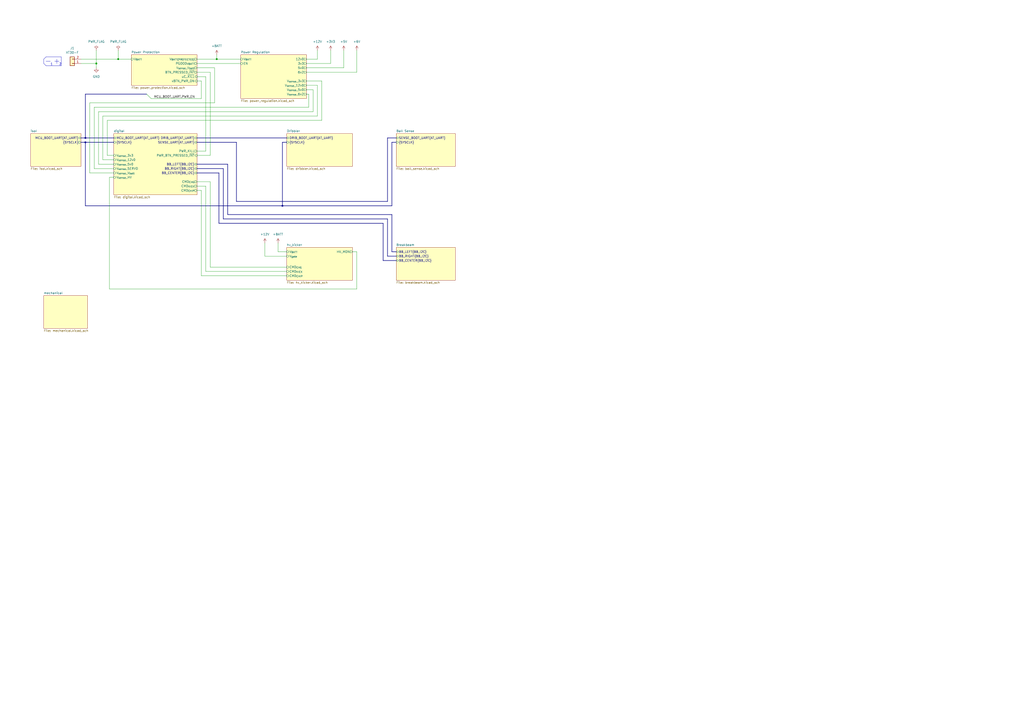
<source format=kicad_sch>
(kicad_sch (version 20230121) (generator eeschema)
  (paper "A2")
  (title_block (title "Kicker") (date "2024-05-23") (rev "3.1") (company "The A-Team (RC SSL)") (comment 1 "W. Stuckey"))
  (lib_symbols
    (symbol "Connector_Generic:Conn_01x02" (pin_names (offset 1.016) hide)
      (property "Reference" "J" (at 0 2.54 0))
      (property "Value" "Conn_01x02" (at 0 -5.08 0))
      (symbol "Conn_01x02_1_1"
        (rectangle (start -1.27 -2.413) (end 0 -2.667) (stroke (width 0.1524)))
        (rectangle (start -1.27 0.127) (end 0 -0.127) (stroke (width 0.1524)))
        (rectangle (start -1.27 1.27) (end 1.27 -3.81) (stroke (width 0.254)) (fill (type background)))
        (pin passive line (at -5.08 0 0) (length 3.81) (name "Pin_1") (number "1"))
        (pin passive line (at -5.08 -2.54 0) (length 3.81) (name "Pin_2") (number "2"))
      )
    )
    (symbol "power:+12V" (power) (pin_names (offset 0))
      (property "Value" "+12V" (at 0 3.556 0))
      (symbol "+12V_0_1"
        (polyline (pts (xy -0.762 1.27) (xy 0 2.54)))
        (polyline (pts (xy 0 0) (xy 0 2.54)))
        (polyline (pts (xy 0 2.54) (xy 0.762 1.27)))
      )
      (symbol "+12V_1_1"
        (pin power_in line (at 0 0 90) (length 0) hide (name "+12V") (number "1"))
      )
    )
    (symbol "power:+3V3" (power) (pin_names (offset 0))
      (property "Value" "+3V3" (at 0 3.556 0))
      (symbol "+3V3_0_1"
        (polyline (pts (xy -0.762 1.27) (xy 0 2.54)))
        (polyline (pts (xy 0 0) (xy 0 2.54)))
        (polyline (pts (xy 0 2.54) (xy 0.762 1.27)))
      )
      (symbol "+3V3_1_1"
        (pin power_in line (at 0 0 90) (length 0) hide (name "+3V3") (number "1"))
      )
    )
    (symbol "power:+5V" (power) (pin_names (offset 0))
      (property "Value" "+5V" (at 0 3.556 0))
      (symbol "+5V_0_1"
        (polyline (pts (xy -0.762 1.27) (xy 0 2.54)))
        (polyline (pts (xy 0 0) (xy 0 2.54)))
        (polyline (pts (xy 0 2.54) (xy 0.762 1.27)))
      )
      (symbol "+5V_1_1"
        (pin power_in line (at 0 0 90) (length 0) hide (name "+5V") (number "1"))
      )
    )
    (symbol "power:+6V" (power) (pin_names (offset 0))
      (property "Value" "+6V" (at 0 3.556 0))
      (symbol "+6V_0_1"
        (polyline (pts (xy -0.762 1.27) (xy 0 2.54)))
        (polyline (pts (xy 0 0) (xy 0 2.54)))
        (polyline (pts (xy 0 2.54) (xy 0.762 1.27)))
      )
      (symbol "+6V_1_1"
        (pin power_in line (at 0 0 90) (length 0) hide (name "+6V") (number "1"))
      )
    )
    (symbol "power:+BATT" (power) (pin_names (offset 0))
      (property "Value" "+BATT" (at 0 3.556 0))
      (symbol "+BATT_0_1"
        (polyline (pts (xy -0.762 1.27) (xy 0 2.54)))
        (polyline (pts (xy 0 0) (xy 0 2.54)))
        (polyline (pts (xy 0 2.54) (xy 0.762 1.27)))
      )
      (symbol "+BATT_1_1"
        (pin power_in line (at 0 0 90) (length 0) hide (name "+BATT") (number "1"))
      )
    )
    (symbol "power:GND" (power) (pin_names (offset 0))
      (property "Value" "GND" (at 0 -3.81 0))
      (symbol "GND_0_1"
        (polyline (pts (xy 0 0) (xy 0 -1.27) (xy 1.27 -1.27) (xy 0 -2.54) (xy -1.27 -1.27) (xy 0 -1.27)))
      )
      (symbol "GND_1_1"
        (pin power_in line (at 0 0 270) (length 0) hide (name "GND") (number "1"))
      )
    )
    (symbol "power:PWR_FLAG" (power) (pin_numbers hide) (pin_names (offset 0) hide)
      (property "Value" "PWR_FLAG" (at 0 3.81 0))
      (symbol "PWR_FLAG_0_0"
        (pin power_out line (at 0 0 90) (length 0) (name "pwr") (number "1"))
      )
      (symbol "PWR_FLAG_0_1"
        (polyline (pts (xy 0 0) (xy 0 1.27) (xy -1.016 1.905) (xy 0 2.54) (xy 1.016 1.905) (xy 0 1.27)))
      )
    )
  )
  (bus_alias "BB_I2C" (members "SDA" "SCL" "RST" "~{DET}" "INT" "AGPIO"))
  (bus_alias "AT_UART" (members "TX" "RX" "BOOT0" "RST" "~{DET}" "PWR_EN"))
  (bus_alias "SYSCLK" (members "8MHZ_CLK_REF" "32KHZ_CLK_REF"))
  (junction (at 55.88 36.83))
  (junction (at 49.53 82.55))
  (junction (at 163.83 119.38))
  (junction (at 68.58 34.29))
  (junction (at 49.53 80.01))
  (junction (at 125.73 34.29))
  (bus_entry (at 85.09 54.61) (size 2.54 2.54))
  (wire (pts (xy 52.07 100.33) (xy 52.07 59.69)))
  (wire (pts (xy 186.69 69.85) (xy 62.23 69.85)))
  (bus (pts (xy 227.33 124.46) (xy 227.33 146.05)))
  (bus (pts (xy 49.53 82.55) (xy 49.53 119.38)))
  (wire (pts (xy 66.04 100.33) (xy 52.07 100.33)))
  (polyline (pts (xy 29.21 35.56) (xy 26.67 35.56)) (stroke (width 0) (type solid)))
  (wire (pts (xy 59.69 92.71) (xy 66.04 92.71)))
  (wire (pts (xy 177.8 49.53) (xy 184.15 49.53)))
  (wire (pts (xy 161.29 140.97) (xy 161.29 146.05)))
  (bus (pts (xy 114.3 97.79) (xy 129.54 97.79)))
  (wire (pts (xy 68.58 34.29) (xy 76.2 34.29)))
  (wire (pts (xy 121.92 90.17) (xy 121.92 41.91)))
  (wire (pts (xy 63.5 102.87) (xy 66.04 102.87)))
  (bus (pts (xy 129.54 97.79) (xy 129.54 127)))
  (wire (pts (xy 114.3 36.83) (xy 139.7 36.83)))
  (bus (pts (xy 222.25 129.54) (xy 222.25 151.13)))
  (bus (pts (xy 46.99 80.01) (xy 49.53 80.01)))
  (bus (pts (xy 224.79 127) (xy 224.79 148.59)))
  (polyline (pts (xy 25.4 34.29) (xy 25.4 36.83)) (stroke (width 0) (type solid)))
  (wire (pts (xy 114.3 46.99) (xy 116.84 46.99)))
  (wire (pts (xy 177.8 41.91) (xy 207.01 41.91)))
  (bus (pts (xy 163.83 119.38) (xy 227.33 119.38)))
  (wire (pts (xy 119.38 44.45) (xy 119.38 87.63)))
  (polyline (pts (xy 35.56 33.02) (xy 26.67 33.02)) (stroke (width 0) (type solid)))
  (wire (pts (xy 199.39 39.37) (xy 199.39 29.21)))
  (wire (pts (xy 119.38 157.48) (xy 166.37 157.48)))
  (bus (pts (xy 129.54 127) (xy 224.79 127)))
  (wire (pts (xy 184.15 34.29) (xy 184.15 29.21)))
  (polyline (pts (xy 25.4 36.83) (xy 26.67 38.1)) (stroke (width 0) (type solid)))
  (bus (pts (xy 224.79 80.01) (xy 229.87 80.01)))
  (wire (pts (xy 184.15 67.31) (xy 59.69 67.31)))
  (polyline (pts (xy 35.56 33.02) (xy 35.56 38.1)) (stroke (width 0) (type solid)))
  (bus (pts (xy 49.53 80.01) (xy 66.04 80.01)))
  (wire (pts (xy 114.3 39.37) (xy 124.46 39.37)))
  (wire (pts (xy 114.3 107.95) (xy 119.38 107.95)))
  (wire (pts (xy 179.07 54.61) (xy 179.07 62.23)))
  (wire (pts (xy 114.3 44.45) (xy 119.38 44.45)))
  (wire (pts (xy 55.88 36.83) (xy 55.88 39.37)))
  (wire (pts (xy 57.15 64.77) (xy 181.61 64.77)))
  (bus (pts (xy 49.53 119.38) (xy 163.83 119.38)))
  (wire (pts (xy 181.61 52.07) (xy 177.8 52.07)))
  (bus (pts (xy 127 100.33) (xy 127 129.54)))
  (wire (pts (xy 177.8 36.83) (xy 191.77 36.83)))
  (bus (pts (xy 163.83 82.55) (xy 163.83 119.38)))
  (wire (pts (xy 55.88 29.21) (xy 55.88 36.83)))
  (wire (pts (xy 59.69 67.31) (xy 59.69 92.71)))
  (wire (pts (xy 46.99 36.83) (xy 55.88 36.83)))
  (wire (pts (xy 204.47 146.05) (xy 207.01 146.05)))
  (wire (pts (xy 125.73 34.29) (xy 139.7 34.29)))
  (bus (pts (xy 49.53 54.61) (xy 85.09 54.61)))
  (wire (pts (xy 68.58 29.21) (xy 68.58 34.29)))
  (bus (pts (xy 166.37 82.55) (xy 163.83 82.55)))
  (bus (pts (xy 137.16 82.55) (xy 137.16 116.84)))
  (wire (pts (xy 177.8 34.29) (xy 184.15 34.29)))
  (wire (pts (xy 177.8 39.37) (xy 199.39 39.37)))
  (wire (pts (xy 52.07 59.69) (xy 124.46 59.69)))
  (wire (pts (xy 177.8 46.99) (xy 186.69 46.99)))
  (bus (pts (xy 224.79 148.59) (xy 229.87 148.59)))
  (bus (pts (xy 227.33 119.38) (xy 227.33 82.55)))
  (bus (pts (xy 222.25 151.13) (xy 229.87 151.13)))
  (wire (pts (xy 207.01 41.91) (xy 207.01 29.21)))
  (wire (pts (xy 87.63 57.15) (xy 116.84 57.15)))
  (wire (pts (xy 153.67 148.59) (xy 166.37 148.59)))
  (wire (pts (xy 54.61 62.23) (xy 54.61 97.79)))
  (polyline (pts (xy 33.02 34.29) (xy 33.02 36.83)) (stroke (width 0) (type solid)))
  (bus (pts (xy 49.53 80.01) (xy 49.53 54.61)))
  (wire (pts (xy 124.46 59.69) (xy 124.46 39.37)))
  (wire (pts (xy 125.73 31.75) (xy 125.73 34.29)))
  (wire (pts (xy 121.92 154.94) (xy 166.37 154.94)))
  (bus (pts (xy 132.08 124.46) (xy 227.33 124.46)))
  (wire (pts (xy 116.84 110.49) (xy 116.84 160.02)))
  (bus (pts (xy 46.99 82.55) (xy 49.53 82.55)))
  (bus (pts (xy 114.3 100.33) (xy 127 100.33)))
  (bus (pts (xy 114.3 95.25) (xy 132.08 95.25)))
  (bus (pts (xy 114.3 80.01) (xy 166.37 80.01)))
  (wire (pts (xy 119.38 87.63) (xy 114.3 87.63)))
  (wire (pts (xy 54.61 97.79) (xy 66.04 97.79)))
  (wire (pts (xy 62.23 69.85) (xy 62.23 90.17)))
  (wire (pts (xy 119.38 107.95) (xy 119.38 157.48)))
  (bus (pts (xy 137.16 116.84) (xy 224.79 116.84)))
  (bus (pts (xy 227.33 82.55) (xy 229.87 82.55)))
  (wire (pts (xy 114.3 34.29) (xy 125.73 34.29)))
  (wire (pts (xy 191.77 36.83) (xy 191.77 29.21)))
  (wire (pts (xy 121.92 41.91) (xy 114.3 41.91)))
  (wire (pts (xy 57.15 95.25) (xy 66.04 95.25)))
  (bus (pts (xy 224.79 116.84) (xy 224.79 80.01)))
  (polyline (pts (xy 26.67 33.02) (xy 25.4 34.29)) (stroke (width 0) (type solid)))
  (wire (pts (xy 153.67 140.97) (xy 153.67 148.59)))
  (wire (pts (xy 177.8 54.61) (xy 179.07 54.61)))
  (bus (pts (xy 127 129.54) (xy 222.25 129.54)))
  (wire (pts (xy 179.07 62.23) (xy 54.61 62.23)))
  (wire (pts (xy 114.3 105.41) (xy 121.92 105.41)))
  (bus (pts (xy 227.33 146.05) (xy 229.87 146.05)))
  (wire (pts (xy 114.3 90.17) (xy 121.92 90.17)))
  (wire (pts (xy 121.92 105.41) (xy 121.92 154.94)))
  (bus (pts (xy 132.08 95.25) (xy 132.08 124.46)))
  (wire (pts (xy 63.5 102.87) (xy 63.5 167.64)))
  (wire (pts (xy 63.5 167.64) (xy 207.01 167.64)))
  (polyline (pts (xy 34.29 35.56) (xy 31.75 35.56)) (stroke (width 0) (type solid)))
  (polyline (pts (xy 35.56 38.1) (xy 26.67 38.1)) (stroke (width 0) (type solid)))
  (bus (pts (xy 114.3 82.55) (xy 137.16 82.55)))
  (wire (pts (xy 116.84 160.02) (xy 166.37 160.02)))
  (wire (pts (xy 184.15 49.53) (xy 184.15 67.31)))
  (wire (pts (xy 161.29 146.05) (xy 166.37 146.05)))
  (wire (pts (xy 116.84 46.99) (xy 116.84 57.15)))
  (wire (pts (xy 46.99 34.29) (xy 68.58 34.29)))
  (wire (pts (xy 57.15 95.25) (xy 57.15 64.77)))
  (wire (pts (xy 207.01 167.64) (xy 207.01 146.05)))
  (wire (pts (xy 186.69 46.99) (xy 186.69 69.85)))
  (wire (pts (xy 62.23 90.17) (xy 66.04 90.17)))
  (wire (pts (xy 114.3 110.49) (xy 116.84 110.49)))
  (wire (pts (xy 181.61 64.77) (xy 181.61 52.07)))
  (bus (pts (xy 49.53 82.55) (xy 66.04 82.55)))
  (text "2" (at 34.29 38.1 0) (effects (font (size 1.27 1.27)) (justify left bottom)))
  (text "1" (at 29.21 38.1 0) (effects (font (size 1.27 1.27)) (justify left bottom)))
  (label "MCU_BOOT_UART.PWR_EN" (at 113.03 57.15 180))
  (symbol (lib_id "power:+3V3") (at 191.77 29.21 0) (unit 1)
    (property "Reference" "#PWR06" (effects hide))
    (property "Value" "+3V3" (at 191.77 24.13 0))
  )
  (symbol (lib_id "Connector_Generic:Conn_01x02") (at 41.91 36.83 180) (unit 1) (in_bom no)
    (property "Reference" "J1" (at 41.91 27.94 0))
    (property "Value" "XT30-F" (at 41.91 30.48 0))
    (property "Footprint" "Connector_AMASS:AMASS_XT30U-M_1x02_P5.0mm_Vertical" (effects hide))
    (property "LCSC" "C99101" (effects hide))
  )
  (symbol (lib_id "power:PWR_FLAG") (at 68.58 29.21 0) (unit 1)
    (property "Reference" "#FLG02" (effects hide))
    (property "Value" "PWR_FLAG" (at 68.58 24.13 0))
  )
  (symbol (lib_id "power:+12V") (at 153.67 140.97 0) (unit 1)
    (property "Reference" "#PWR03" (effects hide))
    (property "Value" "+12V" (at 153.67 135.89 0))
  )
  (symbol (lib_id "power:+6V") (at 207.01 29.21 0) (unit 1)
    (property "Reference" "#PWR08" (effects hide))
    (property "Value" "+6V" (at 207.01 24.13 0))
  )
  (symbol (lib_id "power:+5V") (at 199.39 29.21 0) (unit 1)
    (property "Reference" "#PWR07" (effects hide))
    (property "Value" "+5V" (at 199.39 24.13 0))
  )
  (symbol (lib_id "power:+BATT") (at 125.73 31.75 0) (mirror y) (unit 1)
    (property "Reference" "#PWR02" (effects hide))
    (property "Value" "+BATT" (at 125.73 26.67 0))
  )
  (symbol (lib_id "power:GND") (at 55.88 39.37 0) (mirror y) (unit 1)
    (property "Reference" "#PWR01" (effects hide))
    (property "Value" "GND" (at 55.88 44.45 0))
  )
  (symbol (lib_id "power:+BATT") (at 161.29 140.97 0) (unit 1)
    (property "Reference" "#PWR04" (effects hide))
    (property "Value" "+BATT" (at 161.29 135.89 0))
  )
  (symbol (lib_id "power:+12V") (at 184.15 29.21 0) (unit 1)
    (property "Reference" "#PWR05" (effects hide))
    (property "Value" "+12V" (at 184.15 24.13 0))
  )
  (symbol (lib_id "power:PWR_FLAG") (at 55.88 29.21 0) (unit 1)
    (property "Reference" "#FLG01" (effects hide))
    (property "Value" "PWR_FLAG" (at 55.88 24.13 0))
  )
  (sheet (at 166.37 77.47) (size 38.1 19.05) (stroke (width 0.1524)) (fill (color 255 255 194 1.0000))
    (property "Sheetname" "Dribbler" (at 166.37 76.7584 0) (effects (justify left bottom)))
    (property "Sheetfile" "dribbler.kicad_sch" (at 166.37 97.1046 0) (effects (justify left top)))
    (pin "DRIB_BOOT_UART{AT_UART}" bidirectional (at 166.37 80.01 180))
    (pin "{SYSCLK}" input (at 166.37 82.55 180))
  )
  (sheet (at 66.04 77.47) (size 48.26 35.56) (stroke (width 0.1524)) (fill (color 255 255 194 1.0000))
    (property "Sheetname" "digital" (at 66.04 76.7584 0) (effects (justify left bottom)))
    (property "Sheetfile" "digital.kicad_sch" (at 66.04 113.6146 0) (effects (justify left top)))
    (pin "MCU_BOOT_UART{AT_UART}" bidirectional (at 66.04 80.01 180))
    (pin "DRIB_UART{AT_UART}" bidirectional (at 114.3 80.01 0))
    (pin "SENSE_UART{AT_UART}" bidirectional (at 114.3 82.55 0))
    (pin "{SYSCLK}" input (at 66.04 82.55 180))
    (pin "CMD_{CHG}" output (at 114.3 105.41 0))
    (pin "CMD_{KICK}" output (at 114.3 107.95 0))
    (pin "CMD_{CHIP}" output (at 114.3 110.49 0))
    (pin "V_{sense}_12v0" input (at 66.04 92.71 180))
    (pin "V_{sense}_5v0" input (at 66.04 95.25 180))
    (pin "V_{sense}_HV" input (at 66.04 102.87 180))
    (pin "V_{sense}_SERVO" input (at 66.04 97.79 180))
    (pin "PWR_KILL" output (at 114.3 87.63 0))
    (pin "PWR_BTN_PRESSED_~{INT}" input (at 114.3 90.17 0))
    (pin "BB_RIGHT{BB_I2C}" bidirectional (at 114.3 97.79 0))
    (pin "BB_LEFT{BB_I2C}" bidirectional (at 114.3 95.25 0))
    (pin "BB_CENTER{BB_I2C}" bidirectional (at 114.3 100.33 0))
    (pin "V_{sense}_3v3" input (at 66.04 90.17 180))
    (pin "V_{sense}_V_{batt}" input (at 66.04 100.33 180))
  )
  (sheet (at 25.4 171.45) (size 25.4 19.05) (stroke (width 0.1524)) (fill (color 255 255 194 1.0000))
    (property "Sheetname" "mechanical" (at 25.4 170.7384 0) (effects (justify left bottom)))
    (property "Sheetfile" "mechanical.kicad_sch" (at 25.4 191.0846 0) (effects (justify left top)))
  )
  (sheet (at 139.7 31.75) (size 38.1 25.4) (stroke (width 0.1524)) (fill (color 255 255 194 1.0000))
    (property "Sheetname" "Power Regulation" (at 139.7 31.0384 0) (effects (justify left bottom)))
    (property "Sheetfile" "power_regulation.kicad_sch" (at 139.7 57.7346 0) (effects (justify left top)))
    (pin "EN" input (at 139.7 36.83 180))
    (pin "12v0" output (at 177.8 34.29 0))
    (pin "3v3" output (at 177.8 36.83 0))
    (pin "5v0" output (at 177.8 39.37 0))
    (pin "6v2" output (at 177.8 41.91 0))
    (pin "V_{BATT}" input (at 139.7 34.29 180))
    (pin "V_{sense}_5v0" output (at 177.8 52.07 0))
    (pin "V_{sense}_6v2" output (at 177.8 54.61 0))
    (pin "V_{sense}_12v0" output (at 177.8 49.53 0))
    (pin "V_{sense}_3v3" output (at 177.8 46.99 0))
  )
  (sheet (at 229.87 143.51) (size 34.29 19.05) (stroke (width 0.1524)) (fill (color 255 255 194 1.0000))
    (property "Sheetname" "Breakbeam" (at 229.87 142.7984 0) (effects (justify left bottom)))
    (property "Sheetfile" "breakbeam.kicad_sch" (at 229.87 163.1446 0) (effects (justify left top)))
    (pin "BB_LEFT{BB_I2C}" bidirectional (at 229.87 146.05 180))
    (pin "BB_RIGHT{BB_I2C}" bidirectional (at 229.87 148.59 180))
    (pin "BB_CENTER{BB_I2C}" bidirectional (at 229.87 151.13 180))
  )
  (sheet (at 229.87 77.47) (size 34.29 19.05) (stroke (width 0.1524)) (fill (color 255 255 194 1.0000))
    (property "Sheetname" "Ball Sense" (at 229.87 76.7584 0) (effects (justify left bottom)))
    (property "Sheetfile" "ball_sense.kicad_sch" (at 229.87 97.1046 0) (effects (justify left top)))
    (pin "SENSE_BOOT_UART{AT_UART}" bidirectional (at 229.87 80.01 180))
    (pin "{SYSCLK}" input (at 229.87 82.55 180))
  )
  (sheet (at 166.37 143.51) (size 38.1 19.05) (stroke (width 0.1524)) (fill (color 255 255 194 1.0000))
    (property "Sheetname" "hv_kicker" (at 166.37 142.7984 0) (effects (justify left bottom)))
    (property "Sheetfile" "hv_kicker.kicad_sch" (at 166.37 163.1446 0) (effects (justify left top)))
    (pin "V_{gate}" input (at 166.37 148.59 180))
    (pin "CMD_{KICK}" input (at 166.37 157.48 180))
    (pin "CMD_{CHIP}" input (at 166.37 160.02 180))
    (pin "HV_MON" output (at 204.47 146.05 0))
    (pin "CMD_{CHG}" input (at 166.37 154.94 180))
    (pin "V_{BATT}" input (at 166.37 146.05 180))
  )
  (sheet (at 76.2 31.75) (size 38.1 17.78) (stroke (width 0.1524)) (fill (color 255 255 194 1.0000))
    (property "Sheetname" "Power Protection" (at 76.2 31.0384 0) (effects (justify left bottom)))
    (property "Sheetfile" "power_protection.kicad_sch" (at 76.2 50.1146 0) (effects (justify left top)))
    (pin "BTN_PRESSED_~{INT}" output (at 114.3 41.91 0))
    (pin "V_{BATT(PROTECTED)}" output (at 114.3 34.29 0))
    (pin "PGOOD_{VBATT}" output (at 114.3 36.83 0))
    (pin "vBTN_PWR_ON" input (at 114.3 46.99 0))
    (pin "V_{BATT}" input (at 76.2 34.29 180))
    (pin "uC_~{KILL}" input (at 114.3 44.45 0))
    (pin "V_{sense}_V_{batt}" output (at 114.3 39.37 0))
  )
  (sheet (at 17.78 77.47) (size 29.21 19.05) (stroke (width 0.1524)) (fill (color 255 255 194 1.0000))
    (property "Sheetname" "isol" (at 17.78 76.7584 0) (effects (justify left bottom)))
    (property "Sheetfile" "isol.kicad_sch" (at 17.78 97.1046 0) (effects (justify left top)))
    (pin "MCU_BOOT_UART{AT_UART}" bidirectional (at 46.99 80.01 0))
    (pin "{SYSCLK}" output (at 46.99 82.55 0))
  )
)
</source>
